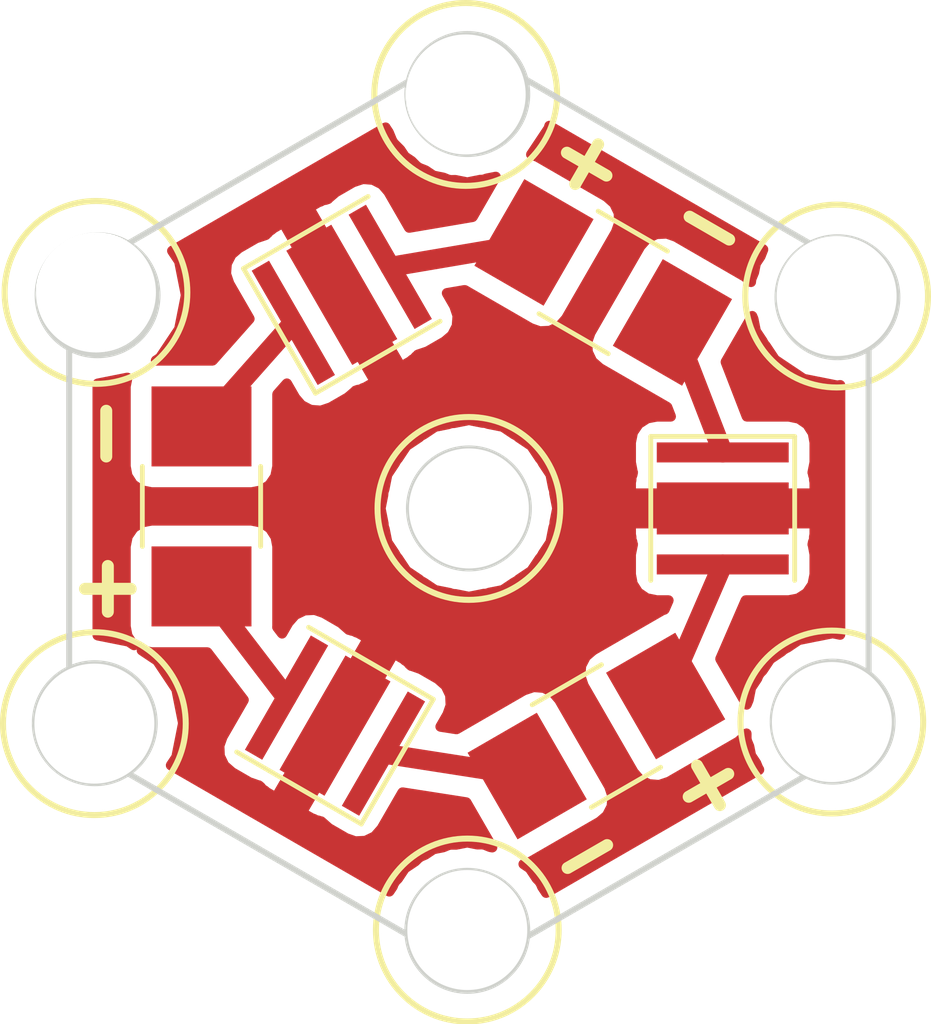
<source format=kicad_pcb>
(kicad_pcb (version 4) (host pcbnew 4.0.7-e2-6376~58~ubuntu16.04.1)

  (general
    (links 6)
    (no_connects 0)
    (area 133.068999 67.088999 156.761001 93.101001)
    (thickness 1.6)
    (drawings 19)
    (tracks 12)
    (zones 0)
    (modules 13)
    (nets 7)
  )

  (page A4)
  (layers
    (0 F.Cu signal)
    (31 B.Cu signal)
    (32 B.Adhes user)
    (33 F.Adhes user)
    (34 B.Paste user)
    (35 F.Paste user)
    (36 B.SilkS user)
    (37 F.SilkS user)
    (38 B.Mask user)
    (39 F.Mask user)
    (40 Dwgs.User user)
    (41 Cmts.User user)
    (42 Eco1.User user)
    (43 Eco2.User user)
    (44 Edge.Cuts user)
    (45 Margin user)
    (46 B.CrtYd user)
    (47 F.CrtYd user)
    (48 B.Fab user)
    (49 F.Fab user hide)
  )

  (setup
    (last_trace_width 0.5)
    (trace_clearance 0.2)
    (zone_clearance 0.508)
    (zone_45_only no)
    (trace_min 0.2)
    (segment_width 0.2)
    (edge_width 0.15)
    (via_size 0.6)
    (via_drill 0.4)
    (via_min_size 0.4)
    (via_min_drill 0.3)
    (uvia_size 0.3)
    (uvia_drill 0.1)
    (uvias_allowed no)
    (uvia_min_size 0.2)
    (uvia_min_drill 0.1)
    (pcb_text_width 0.3)
    (pcb_text_size 1.5 1.5)
    (mod_edge_width 0.15)
    (mod_text_size 1 1)
    (mod_text_width 0.15)
    (pad_size 3 3)
    (pad_drill 3)
    (pad_to_mask_clearance 0)
    (aux_axis_origin 145.05 79.91)
    (visible_elements FFFEFF7F)
    (pcbplotparams
      (layerselection 0x010a0_00000001)
      (usegerberextensions true)
      (excludeedgelayer true)
      (linewidth 0.100000)
      (plotframeref false)
      (viasonmask false)
      (mode 1)
      (useauxorigin true)
      (hpglpennumber 1)
      (hpglpenspeed 20)
      (hpglpendiameter 15)
      (hpglpenoverlay 2)
      (psnegative false)
      (psa4output false)
      (plotreference false)
      (plotvalue false)
      (plotinvisibletext false)
      (padsonsilk false)
      (subtractmaskfromsilk false)
      (outputformat 1)
      (mirror false)
      (drillshape 0)
      (scaleselection 1)
      (outputdirectory /tmp))
  )

  (net 0 "")
  (net 1 "Net-(D1-Pad2)")
  (net 2 "Net-(D1-Pad1)")
  (net 3 "Net-(D2-Pad2)")
  (net 4 "Net-(D2-Pad1)")
  (net 5 "Net-(D3-Pad2)")
  (net 6 "Net-(D3-Pad1)")

  (net_class Default "This is the default net class."
    (clearance 0.2)
    (trace_width 0.5)
    (via_dia 0.6)
    (via_drill 0.4)
    (uvia_dia 0.3)
    (uvia_drill 0.1)
    (add_net "Net-(D1-Pad1)")
    (add_net "Net-(D1-Pad2)")
    (add_net "Net-(D2-Pad1)")
    (add_net "Net-(D2-Pad2)")
    (add_net "Net-(D3-Pad1)")
    (add_net "Net-(D3-Pad2)")
  )

  (module Connect:1pin (layer F.Cu) (tedit 5A319874) (tstamp 5A38829D)
    (at 154.08 85.34)
    (descr "module 1 pin (ou trou mecanique de percage)")
    (tags DEV)
    (fp_text reference REF** (at 0 -3.048) (layer F.SilkS) hide
      (effects (font (size 1 1) (thickness 0.15)))
    )
    (fp_text value 1pin (at -4.3 -0.33) (layer F.Fab)
      (effects (font (size 1 1) (thickness 0.15)))
    )
    (fp_circle (center 0 0) (end 0 -2.286) (layer F.SilkS) (width 0.15))
    (pad "" np_thru_hole circle (at 0 0) (size 3 3) (drill 3) (layers *.Cu *.Mask))
  )

  (module Connect:1pin (layer F.Cu) (tedit 5A319883) (tstamp 5A388298)
    (at 144.96 90.54)
    (descr "module 1 pin (ou trou mecanique de percage)")
    (tags DEV)
    (fp_text reference REF** (at 0 -3.048) (layer F.SilkS) hide
      (effects (font (size 1 1) (thickness 0.15)))
    )
    (fp_text value 1pin (at -0.66 -3.11) (layer F.Fab) hide
      (effects (font (size 1 1) (thickness 0.15)))
    )
    (fp_circle (center 0 0) (end 0 -2.286) (layer F.SilkS) (width 0.15))
    (pad "" np_thru_hole circle (at 0 0) (size 3 3) (drill 3) (layers *.Cu *.Mask))
  )

  (module Connect:1pin (layer F.Cu) (tedit 5A31988E) (tstamp 5A388293)
    (at 135.63 85.38)
    (descr "module 1 pin (ou trou mecanique de percage)")
    (tags DEV)
    (fp_text reference REF** (at 2.01 -3.77) (layer F.SilkS) hide
      (effects (font (size 1 1) (thickness 0.15)))
    )
    (fp_text value 1pin (at 2.65 0.37) (layer F.Fab) hide
      (effects (font (size 1 1) (thickness 0.15)))
    )
    (fp_circle (center 0 0) (end 0 -2.286) (layer F.SilkS) (width 0.15))
    (pad "" np_thru_hole circle (at 0 0) (size 3 3) (drill 3) (layers *.Cu *.Mask))
  )

  (module Connect:1pin (layer F.Cu) (tedit 5A319899) (tstamp 5A38828E)
    (at 135.67 74.6)
    (descr "module 1 pin (ou trou mecanique de percage)")
    (tags DEV)
    (fp_text reference REF** (at 2.22 0.05) (layer F.SilkS) hide
      (effects (font (size 1 1) (thickness 0.15)))
    )
    (fp_text value 1pin (at 1.43 2.86) (layer F.Fab) hide
      (effects (font (size 1 1) (thickness 0.15)))
    )
    (fp_circle (center 0 0) (end 0 -2.286) (layer F.SilkS) (width 0.15))
    (pad "" np_thru_hole circle (at 0 0) (size 3 3) (drill 3) (layers *.Cu *.Mask))
  )

  (module Connect:1pin (layer F.Cu) (tedit 5A319860) (tstamp 5A388289)
    (at 144.92 69.65)
    (descr "module 1 pin (ou trou mecanique de percage)")
    (tags DEV)
    (fp_text reference REF** (at -0.02 1.49) (layer F.SilkS) hide
      (effects (font (size 1 1) (thickness 0.15)))
    )
    (fp_text value 1pin (at 0 2.794) (layer F.Fab) hide
      (effects (font (size 1 1) (thickness 0.15)))
    )
    (fp_circle (center 0 0) (end 0 -2.286) (layer F.SilkS) (width 0.15))
    (pad "" np_thru_hole circle (at 0 0) (size 3 3) (drill 3) (layers *.Cu *.Mask))
  )

  (module Connect:1pin (layer F.Cu) (tedit 5A31986C) (tstamp 5A388284)
    (at 154.2 74.69)
    (descr "module 1 pin (ou trou mecanique de percage)")
    (tags DEV)
    (fp_text reference REF** (at 0 -3.048) (layer F.SilkS) hide
      (effects (font (size 1 1) (thickness 0.15)))
    )
    (fp_text value 1pin (at 0 2.794) (layer F.Fab) hide
      (effects (font (size 1 1) (thickness 0.15)))
    )
    (fp_circle (center 0 0) (end 0 -2.286) (layer F.SilkS) (width 0.15))
    (pad "" np_thru_hole circle (at 0 0) (size 3 3) (drill 3) (layers *.Cu *.Mask))
  )

  (module LEDs:LED_Cree-XP-G (layer F.Cu) (tedit 5A3198BE) (tstamp 5A31B82B)
    (at 141.82 74.66 30)
    (descr "LED Cree-XP-G http://www.cree.com/~/media/Files/Cree/LED%20Components%20and%20Modules/XLamp/Data%20and%20Binning/XLampXPG.pdf")
    (tags "LED Cree XP-G")
    (path /5A3174F9)
    (attr smd)
    (fp_text reference D1 (at 0 -2.9 30) (layer F.SilkS) hide
      (effects (font (size 1 1) (thickness 0.15)))
    )
    (fp_text value LED (at 0 2.9 30) (layer F.Fab)
      (effects (font (size 1 1) (thickness 0.15)))
    )
    (fp_circle (center 0 0) (end 0 1.3) (layer F.Fab) (width 0.1))
    (fp_line (start -1.65 -1.65) (end 1.65 -1.65) (layer F.Fab) (width 0.1))
    (fp_line (start 1.65 -1.65) (end 1.65 1.65) (layer F.Fab) (width 0.1))
    (fp_line (start 1.65 1.65) (end -1.65 1.65) (layer F.Fab) (width 0.1))
    (fp_line (start -1.65 1.65) (end -1.65 -1.65) (layer F.Fab) (width 0.1))
    (fp_line (start -2.15 -2.15) (end 2.15 -2.15) (layer F.CrtYd) (width 0.05))
    (fp_line (start 2.15 -2.15) (end 2.15 2.15) (layer F.CrtYd) (width 0.05))
    (fp_line (start 2.15 2.15) (end -2.15 2.15) (layer F.CrtYd) (width 0.05))
    (fp_line (start -2.15 2.15) (end -2.15 -2.15) (layer F.CrtYd) (width 0.05))
    (fp_line (start -1.8 -1.8) (end 1.8 -1.8) (layer F.SilkS) (width 0.12))
    (fp_line (start 1.8 1.8) (end -1.8 1.8) (layer F.SilkS) (width 0.12))
    (fp_line (start -1.8 1.8) (end -1.8 -1.8) (layer F.SilkS) (width 0.12))
    (fp_text user %R (at 0 0 30) (layer F.Fab)
      (effects (font (size 0.8 0.8) (thickness 0.08)))
    )
    (pad 2 smd rect (at 1.4 0 30) (size 0.5 3.3) (layers F.Cu F.Paste F.Mask)
      (net 1 "Net-(D1-Pad2)"))
    (pad 1 smd rect (at -1.4 0 30) (size 0.5 3.3) (layers F.Cu F.Paste F.Mask)
      (net 2 "Net-(D1-Pad1)"))
    (pad 3 smd rect (at 0 0 30) (size 1.3 3.3) (layers F.Cu F.Mask))
    (pad 3 smd rect (at 0 0 30) (size 1.01 0.75) (layers F.Paste))
    (pad 3 smd rect (at 0 1 30) (size 1.01 0.75) (layers F.Paste))
    (pad 3 smd rect (at 0 -1 30) (size 1.01 0.75) (layers F.Paste))
    (model ${KISYS3DMOD}/LEDs.3dshapes/LED_Cree-XP-G.wrl
      (at (xyz 0 0 0))
      (scale (xyz 1 1 1))
      (rotate (xyz 0 0 0))
    )
  )

  (module LEDs:LED_Cree-XP-G (layer F.Cu) (tedit 5A3198F2) (tstamp 5A31B842)
    (at 141.65 85.43 150)
    (descr "LED Cree-XP-G http://www.cree.com/~/media/Files/Cree/LED%20Components%20and%20Modules/XLamp/Data%20and%20Binning/XLampXPG.pdf")
    (tags "LED Cree XP-G")
    (path /5A3174B6)
    (attr smd)
    (fp_text reference D2 (at 0 -2.9 150) (layer F.SilkS) hide
      (effects (font (size 1 1) (thickness 0.15)))
    )
    (fp_text value LED (at 0 2.9 150) (layer F.Fab)
      (effects (font (size 1 1) (thickness 0.15)))
    )
    (fp_circle (center 0 0) (end 0 1.3) (layer F.Fab) (width 0.1))
    (fp_line (start -1.65 -1.65) (end 1.65 -1.65) (layer F.Fab) (width 0.1))
    (fp_line (start 1.65 -1.65) (end 1.65 1.65) (layer F.Fab) (width 0.1))
    (fp_line (start 1.65 1.65) (end -1.65 1.65) (layer F.Fab) (width 0.1))
    (fp_line (start -1.65 1.65) (end -1.65 -1.65) (layer F.Fab) (width 0.1))
    (fp_line (start -2.15 -2.15) (end 2.15 -2.15) (layer F.CrtYd) (width 0.05))
    (fp_line (start 2.15 -2.15) (end 2.15 2.15) (layer F.CrtYd) (width 0.05))
    (fp_line (start 2.15 2.15) (end -2.15 2.15) (layer F.CrtYd) (width 0.05))
    (fp_line (start -2.15 2.15) (end -2.15 -2.15) (layer F.CrtYd) (width 0.05))
    (fp_line (start -1.8 -1.8) (end 1.8 -1.8) (layer F.SilkS) (width 0.12))
    (fp_line (start 1.8 1.8) (end -1.8 1.8) (layer F.SilkS) (width 0.12))
    (fp_line (start -1.8 1.8) (end -1.8 -1.8) (layer F.SilkS) (width 0.12))
    (fp_text user %R (at 0 0 150) (layer F.Fab)
      (effects (font (size 0.8 0.8) (thickness 0.08)))
    )
    (pad 2 smd rect (at 1.4 0 150) (size 0.5 3.3) (layers F.Cu F.Paste F.Mask)
      (net 3 "Net-(D2-Pad2)"))
    (pad 1 smd rect (at -1.4 0 150) (size 0.5 3.3) (layers F.Cu F.Paste F.Mask)
      (net 4 "Net-(D2-Pad1)"))
    (pad 3 smd rect (at 0 0 150) (size 1.3 3.3) (layers F.Cu F.Mask))
    (pad 3 smd rect (at 0 0 150) (size 1.01 0.75) (layers F.Paste))
    (pad 3 smd rect (at 0 1 150) (size 1.01 0.75) (layers F.Paste))
    (pad 3 smd rect (at 0 -1 150) (size 1.01 0.75) (layers F.Paste))
    (model ${KISYS3DMOD}/LEDs.3dshapes/LED_Cree-XP-G.wrl
      (at (xyz 0 0 0))
      (scale (xyz 1 1 1))
      (rotate (xyz 0 0 0))
    )
  )

  (module LEDs:LED_Cree-XP-G (layer F.Cu) (tedit 5A3198DF) (tstamp 5A31B859)
    (at 151.35 80 270)
    (descr "LED Cree-XP-G http://www.cree.com/~/media/Files/Cree/LED%20Components%20and%20Modules/XLamp/Data%20and%20Binning/XLampXPG.pdf")
    (tags "LED Cree XP-G")
    (path /5A317532)
    (attr smd)
    (fp_text reference D3 (at 0 -2.9 270) (layer F.SilkS) hide
      (effects (font (size 1 1) (thickness 0.15)))
    )
    (fp_text value LED (at 0 2.9 270) (layer F.Fab)
      (effects (font (size 1 1) (thickness 0.15)))
    )
    (fp_circle (center 0 0) (end 0 1.3) (layer F.Fab) (width 0.1))
    (fp_line (start -1.65 -1.65) (end 1.65 -1.65) (layer F.Fab) (width 0.1))
    (fp_line (start 1.65 -1.65) (end 1.65 1.65) (layer F.Fab) (width 0.1))
    (fp_line (start 1.65 1.65) (end -1.65 1.65) (layer F.Fab) (width 0.1))
    (fp_line (start -1.65 1.65) (end -1.65 -1.65) (layer F.Fab) (width 0.1))
    (fp_line (start -2.15 -2.15) (end 2.15 -2.15) (layer F.CrtYd) (width 0.05))
    (fp_line (start 2.15 -2.15) (end 2.15 2.15) (layer F.CrtYd) (width 0.05))
    (fp_line (start 2.15 2.15) (end -2.15 2.15) (layer F.CrtYd) (width 0.05))
    (fp_line (start -2.15 2.15) (end -2.15 -2.15) (layer F.CrtYd) (width 0.05))
    (fp_line (start -1.8 -1.8) (end 1.8 -1.8) (layer F.SilkS) (width 0.12))
    (fp_line (start 1.8 1.8) (end -1.8 1.8) (layer F.SilkS) (width 0.12))
    (fp_line (start -1.8 1.8) (end -1.8 -1.8) (layer F.SilkS) (width 0.12))
    (fp_text user %R (at 0 0 270) (layer F.Fab)
      (effects (font (size 0.8 0.8) (thickness 0.08)))
    )
    (pad 2 smd rect (at 1.4 0 270) (size 0.5 3.3) (layers F.Cu F.Paste F.Mask)
      (net 5 "Net-(D3-Pad2)"))
    (pad 1 smd rect (at -1.4 0 270) (size 0.5 3.3) (layers F.Cu F.Paste F.Mask)
      (net 6 "Net-(D3-Pad1)"))
    (pad 3 smd rect (at 0 0 270) (size 1.3 3.3) (layers F.Cu F.Mask))
    (pad 3 smd rect (at 0 0 270) (size 1.01 0.75) (layers F.Paste))
    (pad 3 smd rect (at 0 1 270) (size 1.01 0.75) (layers F.Paste))
    (pad 3 smd rect (at 0 -1 270) (size 1.01 0.75) (layers F.Paste))
    (model ${KISYS3DMOD}/LEDs.3dshapes/LED_Cree-XP-G.wrl
      (at (xyz 0 0 0))
      (scale (xyz 1 1 1))
      (rotate (xyz 0 0 0))
    )
  )

  (module Resistors_SMD:R_1210_HandSoldering (layer F.Cu) (tedit 5A3198E8) (tstamp 5A31B88C)
    (at 148.19 85.69 30)
    (descr "Resistor SMD 1210, hand soldering")
    (tags "resistor 1210")
    (path /5A3175D7)
    (attr smd)
    (fp_text reference R3 (at 0 -2.3 30) (layer F.SilkS) hide
      (effects (font (size 1 1) (thickness 0.15)))
    )
    (fp_text value R (at 0 2.4 30) (layer F.Fab)
      (effects (font (size 1 1) (thickness 0.15)))
    )
    (fp_text user %R (at 0 0 30) (layer F.Fab)
      (effects (font (size 0.7 0.7) (thickness 0.105)))
    )
    (fp_line (start -1.6 1.25) (end -1.6 -1.25) (layer F.Fab) (width 0.1))
    (fp_line (start 1.6 1.25) (end -1.6 1.25) (layer F.Fab) (width 0.1))
    (fp_line (start 1.6 -1.25) (end 1.6 1.25) (layer F.Fab) (width 0.1))
    (fp_line (start -1.6 -1.25) (end 1.6 -1.25) (layer F.Fab) (width 0.1))
    (fp_line (start 1 1.48) (end -1 1.48) (layer F.SilkS) (width 0.12))
    (fp_line (start -1 -1.48) (end 1 -1.48) (layer F.SilkS) (width 0.12))
    (fp_line (start -3.25 -1.5) (end 3.25 -1.5) (layer F.CrtYd) (width 0.05))
    (fp_line (start -3.25 -1.5) (end -3.25 1.5) (layer F.CrtYd) (width 0.05))
    (fp_line (start 3.25 1.5) (end 3.25 -1.5) (layer F.CrtYd) (width 0.05))
    (fp_line (start 3.25 1.5) (end -3.25 1.5) (layer F.CrtYd) (width 0.05))
    (pad 1 smd rect (at -2 0 30) (size 2 2.5) (layers F.Cu F.Paste F.Mask)
      (net 4 "Net-(D2-Pad1)"))
    (pad 2 smd rect (at 2 0 30) (size 2 2.5) (layers F.Cu F.Paste F.Mask)
      (net 5 "Net-(D3-Pad2)"))
    (model ${KISYS3DMOD}/Resistors_SMD.3dshapes/R_1210.wrl
      (at (xyz 0 0 0))
      (scale (xyz 1 1 1))
      (rotate (xyz 0 0 0))
    )
  )

  (module Resistors_SMD:R_1210_HandSoldering (layer F.Cu) (tedit 5A3198D4) (tstamp 5A31B87B)
    (at 148.36 74.35 150)
    (descr "Resistor SMD 1210, hand soldering")
    (tags "resistor 1210")
    (path /5A317594)
    (attr smd)
    (fp_text reference R2 (at 0 -2.3 150) (layer F.SilkS) hide
      (effects (font (size 1 1) (thickness 0.15)))
    )
    (fp_text value R (at 0 2.4 150) (layer F.Fab)
      (effects (font (size 1 1) (thickness 0.15)))
    )
    (fp_text user %R (at 0 0 150) (layer F.Fab)
      (effects (font (size 0.7 0.7) (thickness 0.105)))
    )
    (fp_line (start -1.6 1.25) (end -1.6 -1.25) (layer F.Fab) (width 0.1))
    (fp_line (start 1.6 1.25) (end -1.6 1.25) (layer F.Fab) (width 0.1))
    (fp_line (start 1.6 -1.25) (end 1.6 1.25) (layer F.Fab) (width 0.1))
    (fp_line (start -1.6 -1.25) (end 1.6 -1.25) (layer F.Fab) (width 0.1))
    (fp_line (start 1 1.48) (end -1 1.48) (layer F.SilkS) (width 0.12))
    (fp_line (start -1 -1.48) (end 1 -1.48) (layer F.SilkS) (width 0.12))
    (fp_line (start -3.25 -1.5) (end 3.25 -1.5) (layer F.CrtYd) (width 0.05))
    (fp_line (start -3.25 -1.5) (end -3.25 1.5) (layer F.CrtYd) (width 0.05))
    (fp_line (start 3.25 1.5) (end 3.25 -1.5) (layer F.CrtYd) (width 0.05))
    (fp_line (start 3.25 1.5) (end -3.25 1.5) (layer F.CrtYd) (width 0.05))
    (pad 1 smd rect (at -2 0 150) (size 2 2.5) (layers F.Cu F.Paste F.Mask)
      (net 6 "Net-(D3-Pad1)"))
    (pad 2 smd rect (at 2 0 150) (size 2 2.5) (layers F.Cu F.Paste F.Mask)
      (net 1 "Net-(D1-Pad2)"))
    (model ${KISYS3DMOD}/Resistors_SMD.3dshapes/R_1210.wrl
      (at (xyz 0 0 0))
      (scale (xyz 1 1 1))
      (rotate (xyz 0 0 0))
    )
  )

  (module Resistors_SMD:R_1210_HandSoldering (layer F.Cu) (tedit 5A3198B4) (tstamp 5A31B86A)
    (at 138.31 79.95 90)
    (descr "Resistor SMD 1210, hand soldering")
    (tags "resistor 1210")
    (path /5A317555)
    (attr smd)
    (fp_text reference R1 (at 0 -2.3 90) (layer F.SilkS) hide
      (effects (font (size 1 1) (thickness 0.15)))
    )
    (fp_text value R (at 0 2.4 90) (layer F.Fab) hide
      (effects (font (size 1 1) (thickness 0.15)))
    )
    (fp_text user %R (at 0 0 90) (layer F.Fab)
      (effects (font (size 0.7 0.7) (thickness 0.105)))
    )
    (fp_line (start -1.6 1.25) (end -1.6 -1.25) (layer F.Fab) (width 0.1))
    (fp_line (start 1.6 1.25) (end -1.6 1.25) (layer F.Fab) (width 0.1))
    (fp_line (start 1.6 -1.25) (end 1.6 1.25) (layer F.Fab) (width 0.1))
    (fp_line (start -1.6 -1.25) (end 1.6 -1.25) (layer F.Fab) (width 0.1))
    (fp_line (start 1 1.48) (end -1 1.48) (layer F.SilkS) (width 0.12))
    (fp_line (start -1 -1.48) (end 1 -1.48) (layer F.SilkS) (width 0.12))
    (fp_line (start -3.25 -1.5) (end 3.25 -1.5) (layer F.CrtYd) (width 0.05))
    (fp_line (start -3.25 -1.5) (end -3.25 1.5) (layer F.CrtYd) (width 0.05))
    (fp_line (start 3.25 1.5) (end 3.25 -1.5) (layer F.CrtYd) (width 0.05))
    (fp_line (start 3.25 1.5) (end -3.25 1.5) (layer F.CrtYd) (width 0.05))
    (pad 1 smd rect (at -2 0 90) (size 2 2.5) (layers F.Cu F.Paste F.Mask)
      (net 3 "Net-(D2-Pad2)"))
    (pad 2 smd rect (at 2 0 90) (size 2 2.5) (layers F.Cu F.Paste F.Mask)
      (net 2 "Net-(D1-Pad1)"))
    (model ${KISYS3DMOD}/Resistors_SMD.3dshapes/R_1210.wrl
      (at (xyz 0 0 0))
      (scale (xyz 1 1 1))
      (rotate (xyz 0 0 0))
    )
  )

  (module Connect:1pin (layer F.Cu) (tedit 5A3198CC) (tstamp 5A38823B)
    (at 145 80)
    (descr "module 1 pin (ou trou mecanique de percage)")
    (tags DEV)
    (fp_text reference REF** (at 0 -3.048) (layer F.SilkS) hide
      (effects (font (size 1 1) (thickness 0.15)))
    )
    (fp_text value 1pin (at 0 2.794) (layer F.Fab) hide
      (effects (font (size 1 1) (thickness 0.15)))
    )
    (fp_circle (center 0 0) (end 0 -2.286) (layer F.SilkS) (width 0.15))
    (pad "" np_thru_hole circle (at 0 0) (size 3 3) (drill 3) (layers *.Cu *.Mask))
  )

  (gr_text - (at 135.82 78.13 90) (layer F.SilkS)
    (effects (font (size 1.5 1.5) (thickness 0.3)))
  )
  (gr_text - (at 147.91 88.61 30) (layer F.SilkS)
    (effects (font (size 1.5 1.5) (thickness 0.3)))
  )
  (gr_text + (at 150.94 86.83 30) (layer F.SilkS)
    (effects (font (size 1.5 1.5) (thickness 0.3)))
  )
  (gr_text + (at 135.86 82.01 90) (layer F.SilkS)
    (effects (font (size 1.5 1.5) (thickness 0.3)))
  )
  (gr_text - (at 151.07 72.9 330) (layer F.SilkS)
    (effects (font (size 1.5 1.5) (thickness 0.3)))
  )
  (gr_text + (at 148 71.3 330) (layer F.SilkS)
    (effects (font (size 1.5 1.5) (thickness 0.3)))
  )
  (gr_circle (center 135.64 85.37) (end 134.14 85.37) (layer Edge.Cuts) (width 0.15) (tstamp 5A318E5E))
  (gr_line (start 145 91.547) (end 135 85.7735) (angle 90) (layer Edge.Cuts) (width 0.15))
  (gr_line (start 155 85.7735) (end 145 91.547) (angle 90) (layer Edge.Cuts) (width 0.15))
  (gr_line (start 145 68.453) (end 155 74.2265) (angle 90) (layer Edge.Cuts) (width 0.15))
  (gr_line (start 135 74.2265) (end 145 68.453) (angle 90) (layer Edge.Cuts) (width 0.15))
  (gr_circle (center 154.1 85.33) (end 152.6 85.33) (layer Edge.Cuts) (width 0.15) (tstamp 5A38ABD1))
  (gr_circle (center 144.96 90.56) (end 143.46 90.56) (layer Edge.Cuts) (width 0.15) (tstamp 5A38ABD0))
  (gr_circle (center 154.22 74.72) (end 152.72 74.72) (layer Edge.Cuts) (width 0.15) (tstamp 5A38ABCF))
  (gr_circle (center 144.96 69.64) (end 143.46 69.64) (layer Edge.Cuts) (width 0.15) (tstamp 5A38ABCE))
  (gr_circle (center 135.71 74.67) (end 134.21 74.67) (layer Edge.Cuts) (width 0.15) (tstamp 5A38ABCD))
  (gr_circle (center 145 80) (end 143.5 80) (layer Edge.Cuts) (width 0.15))
  (gr_line (start 135 74.2265) (end 135 85.7735) (angle 90) (layer Edge.Cuts) (width 0.15))
  (gr_line (start 155 74.2265) (end 155 85.7735) (angle 90) (layer Edge.Cuts) (width 0.15))

  (segment (start 141.65 85.43) (end 140.44 87.51) (width 1) (layer F.Cu) (net 0))
  (segment (start 141.65 85.43) (end 142.89 83.28) (width 1) (layer F.Cu) (net 0))
  (segment (start 141.82 74.66) (end 140.65 72.62) (width 1) (layer F.Cu) (net 0))
  (segment (start 141.82 74.66) (end 143.05 76.77) (width 1) (layer F.Cu) (net 0))
  (segment (start 151.35 80) (end 153.78 80) (width 1) (layer F.Cu) (net 0))
  (segment (start 151.35 80) (end 148.91 80) (width 1) (layer F.Cu) (net 0))
  (segment (start 146.627949 73.35) (end 143.032436 73.96) (width 0.5) (layer F.Cu) (net 1))
  (segment (start 138.31 77.95) (end 140.607564 75.36) (width 0.5) (layer F.Cu) (net 2))
  (segment (start 138.31 81.95) (end 140.437564 84.73) (width 0.5) (layer F.Cu) (net 3))
  (segment (start 142.862436 86.13) (end 146.457949 86.69) (width 0.5) (layer F.Cu) (net 4))
  (segment (start 149.922051 84.69) (end 151.35 81.4) (width 0.5) (layer F.Cu) (net 5))
  (segment (start 151.35 78.6) (end 150.092051 75.35) (width 0.5) (layer F.Cu) (net 6))

  (zone (net 0) (net_name "") (layer F.Cu) (tstamp 0) (hatch edge 0.508)
    (connect_pads (clearance 0.508))
    (min_thickness 0.254)
    (fill yes (arc_segments 16) (thermal_gap 0.508) (thermal_bridge_width 0.508))
    (polygon
      (pts
        (xy 144.96 67.82) (xy 155.05 73.75) (xy 155.36 86.47) (xy 145.01 91.69) (xy 134.66 86.07)
        (xy 134.7 74.11)
      )
    )
    (filled_polygon
      (pts
        (xy 152.363774 73.524312) (xy 152.295238 73.69915) (xy 152.178226 73.87427) (xy 152.133399 74.099633) (xy 152.065372 74.263459)
        (xy 152.065353 74.285586) (xy 152.057277 74.306187) (xy 152.057928 74.340234) (xy 151.906796 74.206769) (xy 150.174746 73.206769)
        (xy 149.948817 73.127456) (xy 149.692112 73.139834) (xy 149.460447 73.251109) (xy 149.290326 73.443748) (xy 148.040326 75.608812)
        (xy 147.961014 75.834741) (xy 147.973392 76.091446) (xy 148.084667 76.323111) (xy 148.277306 76.493231) (xy 149.962063 77.465926)
        (xy 150.053655 77.70256) (xy 149.7 77.70256) (xy 149.464683 77.746838) (xy 149.248559 77.88591) (xy 149.103569 78.09811)
        (xy 149.05256 78.35) (xy 149.05256 78.85) (xy 149.096838 79.085317) (xy 149.104342 79.096979) (xy 149.103569 79.09811)
        (xy 149.090705 79.161633) (xy 149.065 79.223691) (xy 149.065 79.288569) (xy 149.05256 79.35) (xy 149.05256 80.65)
        (xy 149.065 80.716113) (xy 149.065 80.776309) (xy 149.085755 80.826416) (xy 149.096838 80.885317) (xy 149.104342 80.896979)
        (xy 149.103569 80.89811) (xy 149.05256 81.15) (xy 149.05256 81.65) (xy 149.096838 81.885317) (xy 149.23591 82.101441)
        (xy 149.44811 82.246431) (xy 149.7 82.29744) (xy 149.995723 82.29744) (xy 149.895718 82.527854) (xy 149.839356 82.546769)
        (xy 148.107306 83.546769) (xy 147.925655 83.702773) (xy 147.808022 83.931275) (xy 147.788557 84.18754) (xy 147.870326 84.431188)
        (xy 149.120326 86.596252) (xy 149.276331 86.777903) (xy 149.504833 86.895536) (xy 149.761098 86.915001) (xy 150.004746 86.833231)
        (xy 151.736796 85.833231) (xy 151.918447 85.677227) (xy 151.944749 85.626135) (xy 151.94463 85.762815) (xy 151.95308 85.783266)
        (xy 151.953503 85.805387) (xy 152.013253 85.949637) (xy 152.058226 86.17573) (xy 152.186297 86.367402) (xy 152.247261 86.514582)
        (xy 152.257343 86.519635) (xy 152.263181 86.533765) (xy 146.932905 89.6112) (xy 146.831981 89.460157) (xy 146.792739 89.365418)
        (xy 146.782657 89.360365) (xy 146.77102 89.3322) (xy 146.696813 89.257863) (xy 146.522706 88.997294) (xy 146.365259 88.892091)
        (xy 146.540644 88.833231) (xy 148.272694 87.833231) (xy 148.454345 87.677227) (xy 148.571978 87.448725) (xy 148.591443 87.19246)
        (xy 148.509674 86.948812) (xy 147.259674 84.783748) (xy 147.103669 84.602097) (xy 146.875167 84.484464) (xy 146.618902 84.464999)
        (xy 146.375254 84.546769) (xy 144.691062 85.519138) (xy 144.287665 85.456309) (xy 144.464641 85.149778) (xy 144.543954 84.923849)
        (xy 144.531576 84.667144) (xy 144.420301 84.435479) (xy 144.227662 84.265359) (xy 143.79465 84.015359) (xy 143.568721 83.936046)
        (xy 143.554869 83.936714) (xy 143.554276 83.935479) (xy 143.505694 83.892575) (xy 143.464803 83.839286) (xy 143.408619 83.806848)
        (xy 143.361637 83.765358) (xy 142.235803 83.115358) (xy 142.172329 83.093076) (xy 142.120197 83.062977) (xy 142.066424 83.055898)
        (xy 142.009874 83.036046) (xy 141.996022 83.036714) (xy 141.995429 83.035479) (xy 141.80279 82.865359) (xy 141.369778 82.615359)
        (xy 141.143849 82.536046) (xy 140.887144 82.548424) (xy 140.655479 82.659699) (xy 140.485359 82.852338) (xy 140.326104 83.128176)
        (xy 140.203737 82.968285) (xy 140.20744 82.95) (xy 140.20744 80.95) (xy 140.163162 80.714683) (xy 140.02409 80.498559)
        (xy 139.81189 80.353569) (xy 139.56 80.30256) (xy 137.06 80.30256) (xy 136.824683 80.346838) (xy 136.608559 80.48591)
        (xy 136.463569 80.69811) (xy 136.41256 80.95) (xy 136.41256 82.95) (xy 136.456838 83.185317) (xy 136.59591 83.401441)
        (xy 136.62274 83.419773) (xy 136.48573 83.328226) (xy 135.71 83.173924) (xy 135.71 80) (xy 142.79 80)
        (xy 142.864671 80.375399) (xy 142.86463 80.422815) (xy 142.87308 80.443266) (xy 142.873503 80.465387) (xy 142.890949 80.507505)
        (xy 142.958226 80.84573) (xy 143.149815 81.132463) (xy 143.167261 81.174582) (xy 143.177343 81.179635) (xy 143.18898 81.2078)
        (xy 143.222772 81.241651) (xy 143.437294 81.562706) (xy 143.755545 81.775354) (xy 143.789041 81.808909) (xy 143.819895 81.821721)
        (xy 143.825418 81.832739) (xy 143.86415 81.847922) (xy 144.15427 82.041774) (xy 144.529672 82.116446) (xy 144.573459 82.134628)
        (xy 144.595586 82.134647) (xy 144.616187 82.142723) (xy 144.65778 82.141928) (xy 145 82.21) (xy 145.375399 82.135329)
        (xy 145.422815 82.13537) (xy 145.443266 82.12692) (xy 145.465387 82.126497) (xy 145.507505 82.109051) (xy 145.84573 82.041774)
        (xy 146.132463 81.850185) (xy 146.174582 81.832739) (xy 146.179635 81.822657) (xy 146.2078 81.81102) (xy 146.241651 81.777228)
        (xy 146.562706 81.562706) (xy 146.775354 81.244455) (xy 146.808909 81.210959) (xy 146.821721 81.180105) (xy 146.832739 81.174582)
        (xy 146.847922 81.13585) (xy 147.041774 80.84573) (xy 147.116446 80.470328) (xy 147.134628 80.426541) (xy 147.134647 80.404414)
        (xy 147.142723 80.383813) (xy 147.141928 80.34222) (xy 147.21 80) (xy 147.135329 79.624601) (xy 147.13537 79.577185)
        (xy 147.12692 79.556734) (xy 147.126497 79.534613) (xy 147.109051 79.492495) (xy 147.041774 79.15427) (xy 146.850185 78.867537)
        (xy 146.832739 78.825418) (xy 146.822657 78.820365) (xy 146.81102 78.7922) (xy 146.777228 78.758349) (xy 146.562706 78.437294)
        (xy 146.244455 78.224646) (xy 146.210959 78.191091) (xy 146.180105 78.178279) (xy 146.174582 78.167261) (xy 146.13585 78.152078)
        (xy 145.84573 77.958226) (xy 145.470328 77.883554) (xy 145.426541 77.865372) (xy 145.404414 77.865353) (xy 145.383813 77.857277)
        (xy 145.34222 77.858072) (xy 145 77.79) (xy 144.624601 77.864671) (xy 144.577185 77.86463) (xy 144.556734 77.87308)
        (xy 144.534613 77.873503) (xy 144.492495 77.890949) (xy 144.15427 77.958226) (xy 143.867537 78.149815) (xy 143.825418 78.167261)
        (xy 143.820365 78.177343) (xy 143.7922 78.18898) (xy 143.758349 78.222772) (xy 143.437294 78.437294) (xy 143.224646 78.755545)
        (xy 143.191091 78.789041) (xy 143.178279 78.819895) (xy 143.167261 78.825418) (xy 143.152078 78.86415) (xy 142.958226 79.15427)
        (xy 142.883554 79.529672) (xy 142.865372 79.573459) (xy 142.865353 79.595586) (xy 142.857277 79.616187) (xy 142.858072 79.65778)
        (xy 142.79 80) (xy 135.71 80) (xy 135.71 76.88) (xy 136.456818 76.731449) (xy 136.41256 76.95)
        (xy 136.41256 78.95) (xy 136.456838 79.185317) (xy 136.59591 79.401441) (xy 136.80811 79.546431) (xy 137.06 79.59744)
        (xy 139.56 79.59744) (xy 139.795317 79.553162) (xy 140.011441 79.41409) (xy 140.156431 79.20189) (xy 140.20744 78.95)
        (xy 140.20744 77.144663) (xy 140.446244 76.875464) (xy 140.655359 77.237662) (xy 140.811363 77.419314) (xy 141.039865 77.536947)
        (xy 141.29613 77.556411) (xy 141.539778 77.474641) (xy 141.97279 77.224641) (xy 142.154441 77.068637) (xy 142.160788 77.056308)
        (xy 142.162155 77.056412) (xy 142.2236 77.035791) (xy 142.290197 77.027023) (xy 142.346383 76.994584) (xy 142.405803 76.974642)
        (xy 143.531637 76.324642) (xy 143.582674 76.280811) (xy 143.634803 76.250714) (xy 143.66782 76.207686) (xy 143.713288 76.168637)
        (xy 143.719635 76.156307) (xy 143.721002 76.156411) (xy 143.96465 76.074641) (xy 144.397662 75.824641) (xy 144.579313 75.668637)
        (xy 144.696946 75.440135) (xy 144.716411 75.18387) (xy 144.634641 74.940222) (xy 144.448282 74.617439) (xy 144.8966 74.54138)
        (xy 146.545254 75.493231) (xy 146.771183 75.572544) (xy 147.027888 75.560166) (xy 147.259553 75.448891) (xy 147.429674 75.256252)
        (xy 148.679674 73.091188) (xy 148.758986 72.865259) (xy 148.746608 72.608554) (xy 148.635333 72.376889) (xy 148.442694 72.206769)
        (xy 146.710644 71.206769) (xy 146.556215 71.152556) (xy 147.001774 70.48573) (xy 147.011974 70.434451)
      )
    )
    (filled_polygon
      (pts
        (xy 137.06 83.59744) (xy 138.456371 83.59744) (xy 139.367682 84.788212) (xy 138.835359 85.710222) (xy 138.756046 85.936151)
        (xy 138.768424 86.192856) (xy 138.879699 86.424521) (xy 139.072338 86.594641) (xy 139.50535 86.844641) (xy 139.731279 86.923954)
        (xy 139.745131 86.923286) (xy 139.745724 86.924521) (xy 139.794306 86.967425) (xy 139.835197 87.020714) (xy 139.891381 87.053152)
        (xy 139.938363 87.094642) (xy 141.064197 87.744642) (xy 141.127671 87.766924) (xy 141.179803 87.797023) (xy 141.233576 87.804102)
        (xy 141.290126 87.823954) (xy 141.303978 87.823286) (xy 141.304571 87.824521) (xy 141.49721 87.994641) (xy 141.930222 88.244641)
        (xy 142.156151 88.323954) (xy 142.412856 88.311576) (xy 142.644521 88.200301) (xy 142.814641 88.007662) (xy 143.338762 87.099857)
        (xy 144.935898 87.348611) (xy 145.585934 88.474506) (xy 145.522782 88.461944) (xy 145.386541 88.405372) (xy 145.364414 88.405353)
        (xy 145.343813 88.397277) (xy 145.210485 88.399825) (xy 144.96 88.35) (xy 144.684708 88.404759) (xy 144.537185 88.40463)
        (xy 144.516734 88.41308) (xy 144.494613 88.413503) (xy 144.359601 88.469427) (xy 144.11427 88.518226) (xy 143.906288 88.657195)
        (xy 143.785418 88.707261) (xy 143.780365 88.717343) (xy 143.7522 88.72898) (xy 143.657757 88.823258) (xy 143.397294 88.997294)
        (xy 143.224778 89.255482) (xy 143.151091 89.329041) (xy 143.138279 89.359895) (xy 143.127261 89.365418) (xy 143.09311 89.452538)
        (xy 143.009366 89.57787) (xy 137.54375 86.422297) (xy 137.681774 86.21573) (xy 137.761823 85.813296) (xy 137.764628 85.806541)
        (xy 137.764634 85.799162) (xy 137.770577 85.769288) (xy 137.772723 85.763813) (xy 137.77263 85.758964) (xy 137.85 85.37)
        (xy 137.681774 84.52427) (xy 137.202706 83.807294) (xy 136.814118 83.547648)
      )
    )
    (filled_polygon
      (pts
        (xy 152.117946 75.262682) (xy 152.178226 75.56573) (xy 152.349889 75.822641) (xy 152.367261 75.864582) (xy 152.377343 75.869635)
        (xy 152.38898 75.8978) (xy 152.422635 75.931513) (xy 152.657294 76.282706) (xy 153.37427 76.761774) (xy 154.22 76.93)
        (xy 154.29 76.916076) (xy 154.29 83.157793) (xy 154.1 83.12) (xy 153.67446 83.204645) (xy 153.657185 83.20463)
        (xy 153.641079 83.211285) (xy 153.631556 83.213179) (xy 153.614613 83.213503) (xy 153.600464 83.219364) (xy 153.25427 83.288226)
        (xy 152.960782 83.484329) (xy 152.905418 83.507261) (xy 152.900365 83.517343) (xy 152.8722 83.52898) (xy 152.828159 83.572944)
        (xy 152.537294 83.767294) (xy 152.344642 84.055618) (xy 152.271091 84.129041) (xy 152.258279 84.159895) (xy 152.247261 84.165418)
        (xy 152.213174 84.252374) (xy 152.058226 84.48427) (xy 151.998126 84.786413) (xy 151.948716 84.905406) (xy 151.289153 83.76301)
        (xy 151.92525 82.29744) (xy 153 82.29744) (xy 153.235317 82.253162) (xy 153.451441 82.11409) (xy 153.596431 81.90189)
        (xy 153.64744 81.65) (xy 153.64744 81.15) (xy 153.603162 80.914683) (xy 153.595658 80.903021) (xy 153.596431 80.90189)
        (xy 153.609295 80.838367) (xy 153.635 80.776309) (xy 153.635 80.711431) (xy 153.64744 80.65) (xy 153.64744 79.35)
        (xy 153.635 79.283887) (xy 153.635 79.223691) (xy 153.614245 79.173584) (xy 153.603162 79.114683) (xy 153.595658 79.103021)
        (xy 153.596431 79.10189) (xy 153.64744 78.85) (xy 153.64744 78.35) (xy 153.603162 78.114683) (xy 153.46409 77.898559)
        (xy 153.25189 77.753569) (xy 153 77.70256) (xy 151.951617 77.70256) (xy 151.423641 76.338498) (xy 152.087375 75.188877)
      )
    )
    (filled_polygon
      (pts
        (xy 142.918226 70.48573) (xy 142.993677 70.598651) (xy 143.087261 70.824582) (xy 143.097343 70.829635) (xy 143.10898 70.8578)
        (xy 143.283952 71.033077) (xy 143.397294 71.202706) (xy 143.565441 71.315058) (xy 143.709041 71.458909) (xy 143.739895 71.471721)
        (xy 143.745418 71.482739) (xy 143.917135 71.550053) (xy 144.11427 71.681774) (xy 144.366665 71.731978) (xy 144.493459 71.784628)
        (xy 144.515586 71.784647) (xy 144.536187 71.792723) (xy 144.660142 71.790355) (xy 144.96 71.85) (xy 145.28517 71.78532)
        (xy 145.342815 71.78537) (xy 145.363266 71.77692) (xy 145.385387 71.776497) (xy 145.436997 71.75512) (xy 145.673629 71.708051)
        (xy 145.093616 72.712662) (xy 143.50424 72.98231) (xy 142.984641 72.082338) (xy 142.828637 71.900686) (xy 142.600135 71.783053)
        (xy 142.34387 71.763589) (xy 142.100222 71.845359) (xy 141.66721 72.095359) (xy 141.485559 72.251363) (xy 141.479212 72.263692)
        (xy 141.477845 72.263588) (xy 141.4164 72.284209) (xy 141.349803 72.292977) (xy 141.293617 72.325416) (xy 141.234197 72.345358)
        (xy 140.108363 72.995358) (xy 140.057326 73.039189) (xy 140.005197 73.069286) (xy 139.97218 73.112314) (xy 139.926712 73.151363)
        (xy 139.920365 73.163693) (xy 139.918998 73.163589) (xy 139.67535 73.245359) (xy 139.242338 73.495359) (xy 139.060687 73.651363)
        (xy 138.943054 73.879865) (xy 138.923589 74.13613) (xy 139.005359 74.379778) (xy 139.513431 75.259785) (xy 138.588395 76.30256)
        (xy 137.168162 76.30256) (xy 137.272706 76.232706) (xy 137.751774 75.51573) (xy 137.92 74.67) (xy 137.751774 73.82427)
        (xy 137.574977 73.559674) (xy 142.916267 70.475881)
      )
    )
  )
)

</source>
